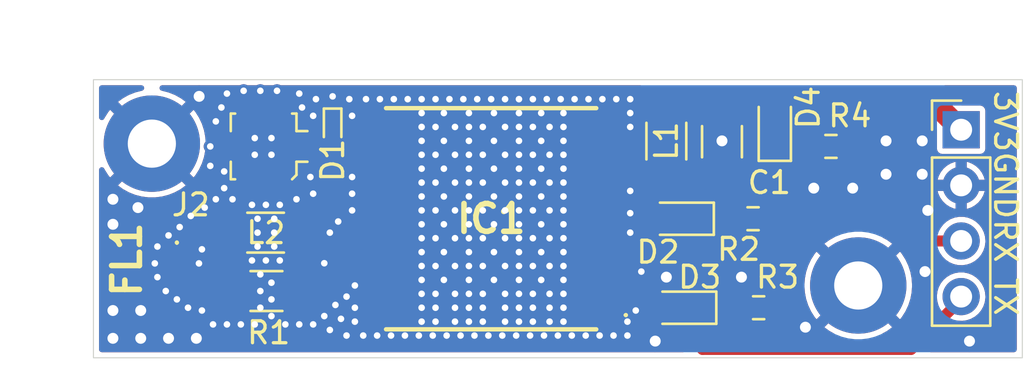
<source format=kicad_pcb>
(kicad_pcb (version 20211014) (generator pcbnew)
  (layers (0 "F.Cu" signal) (31 "B.Cu" signal) (34 "B.Paste" user) (35 "F.Paste" user) (36 "B.SilkS" user "B.Silkscreen") (37 "F.SilkS" user "F.Silkscreen") (38 "B.Mask" user) (39 "F.Mask" user) (44 "Edge.Cuts" user))
  (net 0 "")
  (net 1 "GND")
  (net 2 "TX_GPS")
  (net 3 "RX_GPS")
  (net 4 "Net-(D1-Pad2)")
  (net 7 "+3V3")
  (net 11 "Net-(IC1-Pad14)")
  (net 16 "VCC")
  (net 17 "Net-(D2-Pad1)")
  (net 18 "Net-(D3-Pad1)")
  (net 19 "Net-(D4-Pad1)")
  (net 20 "Net-(FL1-Pad3)")
  (net 21 "Net-(FL1-Pad1)")
  (footprint "LED_SMD:LED_0603_1608Metric_Pad1.05x0.95mm_HandSolder" (layer "F.Cu") (at 101.854 64.276 90)
    (fp_text reference "D4" (at 0.776 1.524 90) (layer "F.SilkS"))
    (fp_text value "LED")
    (fp_line (start 0.8 -0.735) (end -1.66 -0.735) (layer "F.SilkS") (width 0.12))
    (fp_line (start -1.66 -0.735) (end -1.66 0.735) (layer "F.SilkS") (width 0.12))
    (fp_line (start -1.66 0.735) (end 0.8 0.735) (layer "F.SilkS") (width 0.12))
    (pad "1" smd roundrect (at -0.875 0 90) (size 1.05 0.95) (layers "F.Cu" "F.Paste" "F.Mask") (net 19 "Net-(D4-Pad1)"))
    (pad "2" smd roundrect (at 0.875 0 90) (size 1.05 0.95) (layers "F.Cu" "F.Paste" "F.Mask") (net 16 "VCC"))
  )
  (footprint "Resistor_SMD:R_0603_1608Metric_Pad0.98x0.95mm_HandSolder" (layer "F.Cu") (at 101.1155 72.644)
    (fp_text reference "R3" (at 0.8655 -1.397) (layer "F.SilkS"))
    (fp_text value "55")
    (fp_line (start -0.254724 -0.5225) (end 0.254724 -0.5225) (layer "F.SilkS") (width 0.12))
    (fp_line (start -0.254724 0.5225) (end 0.254724 0.5225) (layer "F.SilkS") (width 0.12))
    (pad "1" smd roundrect (at -0.9125 0) (size 0.975 0.95) (layers "F.Cu" "F.Paste" "F.Mask") (net 18 "Net-(D3-Pad1)"))
    (pad "2" smd roundrect (at 0.9125 0) (size 0.975 0.95) (layers "F.Cu" "F.Paste" "F.Mask") (net 1 "GND"))
  )
  (footprint "Inductor_SMD:L_1206_3216Metric_Pad1.22x1.90mm_HandSolder" (layer "F.Cu") (at 78.6015 69.215 180)
    (fp_text reference "L2" (at -0.0115 0) (layer "F.SilkS"))
    (fp_text value "27nH")
    (fp_line (start -0.835242 0.91) (end 0.835242 0.91) (layer "F.SilkS") (width 0.12))
    (fp_line (start -0.835242 -0.91) (end 0.835242 -0.91) (layer "F.SilkS") (width 0.12))
    (pad "1" smd roundrect (at -1.6625 0 180) (size 1.225 1.9) (layers "F.Cu" "F.Paste" "F.Mask") (roundrect_rratio 0.2040816327) (net 4 "Net-(D1-Pad2)"))
    (pad "2" smd roundrect (at 1.6625 0 180) (size 1.225 1.9) (layers "F.Cu" "F.Paste" "F.Mask") (roundrect_rratio 0.2040816327) (net 21 "Net-(FL1-Pad1)"))
  )
  (footprint "Connector_Coaxial:U.FL_Molex_MCRF_73412-0110_Vertical" (layer "F.Cu") (at 78.51 65.278 90)
    (fp_text reference "J2" (at -2.667 -3.326 180) (layer "F.SilkS"))
    (fp_text value "Conn_Coaxial")
    (fp_line (start 0.7 1.5) (end 0.7 2) (layer "F.SilkS") (width 0.12))
    (fp_line (start -1.3 1.5) (end -1.5 1.3) (layer "F.SilkS") (width 0.12))
    (fp_line (start -1.5 -1.3) (end -1.5 -1.5) (layer "F.SilkS") (width 0.12))
    (fp_line (start -0.7 1.5) (end -0.7 2) (layer "F.SilkS") (width 0.12))
    (fp_line (start 0.7 -1.5) (end 1.5 -1.5) (layer "F.SilkS") (width 0.12))
    (fp_line (start -0.7 1.5) (end -1.3 1.5) (layer "F.SilkS") (width 0.12))
    (fp_line (start 1.5 1.3) (end 1.5 1.5) (layer "F.SilkS") (width 0.12))
    (fp_line (start -1.5 -1.5) (end -0.7 -1.5) (layer "F.SilkS") (width 0.12))
    (fp_line (start 1.5 1.5) (end 0.7 1.5) (layer "F.SilkS") (width 0.12))
    (fp_line (start 1.5 -1.5) (end 1.5 -1.3) (layer "F.SilkS") (width 0.12))
    (pad "1" smd rect (at 0 1.5 90) (size 1 1) (layers "F.Cu" "F.Paste" "F.Mask") (net 4 "Net-(D1-Pad2)"))
    (pad "2" smd rect (at -1.475 0 90) (size 1.05 2.2) (layers "F.Cu" "F.Paste" "F.Mask") (net 1 "GND"))
    (pad "2" smd rect (at 0 -1.5 90) (size 1 1) (layers "F.Cu" "F.Paste" "F.Mask") (net 1 "GND"))
    (pad "2" smd rect (at 1.475 0 90) (size 1.05 2.2) (layers "F.Cu" "F.Paste" "F.Mask") (net 1 "GND"))
  )
  (footprint "Capacitor_SMD:C_1206_3216Metric_Pad1.33x1.80mm_HandSolder" (layer "F.Cu") (at 99.441 65.0625 -90)
    (fp_text reference "C1" (at 1.8665 -2.159 180) (layer "F.SilkS"))
    (fp_text value "C")
    (fp_line (start -0.711252 0.91) (end 0.711252 0.91) (layer "F.SilkS") (width 0.12))
    (fp_line (start -0.711252 -0.91) (end 0.711252 -0.91) (layer "F.SilkS") (width 0.12))
    (pad "1" smd roundrect (at -1.5625 0 270) (size 1.325 1.8) (layers "F.Cu" "F.Paste" "F.Mask") (roundrect_rratio 0.1886792453) (net 16 "VCC"))
    (pad "2" smd roundrect (at 1.5625 0 270) (size 1.325 1.8) (layers "F.Cu" "F.Paste" "F.Mask") (roundrect_rratio 0.1886792453) (net 1 "GND"))
  )
  (footprint "Diode_SMD:D_SOD-923" (layer "F.Cu") (at 81.661 64.35 -90)
    (fp_text reference "D1" (at 1.563 0 90) (layer "F.SilkS"))
    (fp_text value "ESD9B3.3ST5G")
    (fp_line (start 0.5 -0.4) (end -0.8 -0.4) (layer "F.SilkS") (width 0.12))
    (fp_line (start -0.8 -0.4) (end -0.8 0.4) (layer "F.SilkS") (width 0.12))
    (fp_line (start 0.5 0.4) (end -0.8 0.4) (layer "F.SilkS") (width 0.12))
    (pad "1" smd rect (at -0.42 0 90) (size 0.36 0.25) (layers "F.Cu" "F.Paste" "F.Mask") (net 1 "GND"))
    (pad "2" smd rect (at 0.42 0 90) (size 0.36 0.25) (layers "F.Cu" "F.Paste" "F.Mask") (net 4 "Net-(D1-Pad2)"))
  )
  (footprint "Resistor_SMD:R_0603_1608Metric_Pad0.98x0.95mm_HandSolder" (layer "F.Cu") (at 100.8615 68.58)
    (fp_text reference "R2" (at -0.6585 1.397) (layer "F.SilkS"))
    (fp_text value "55")
    (fp_line (start -0.254724 -0.5225) (end 0.254724 -0.5225) (layer "F.SilkS") (width 0.12))
    (fp_line (start -0.254724 0.5225) (end 0.254724 0.5225) (layer "F.SilkS") (width 0.12))
    (pad "1" smd roundrect (at -0.9125 0) (size 0.975 0.95) (layers "F.Cu" "F.Paste" "F.Mask") (net 17 "Net-(D2-Pad1)"))
    (pad "2" smd roundrect (at 0.9125 0) (size 0.975 0.95) (layers "F.Cu" "F.Paste" "F.Mask") (net 1 "GND"))
  )
  (footprint "LED_SMD:LED_0603_1608Metric_Pad1.05x0.95mm_HandSolder" (layer "F.Cu") (at 97.409 68.58 180)
    (fp_text reference "D2" (at 0.889 -1.524) (layer "F.SilkS"))
    (fp_text value "LED")
    (fp_line (start 0.8 -0.735) (end -1.66 -0.735) (layer "F.SilkS") (width 0.12))
    (fp_line (start -1.66 -0.735) (end -1.66 0.735) (layer "F.SilkS") (width 0.12))
    (fp_line (start -1.66 0.735) (end 0.8 0.735) (layer "F.SilkS") (width 0.12))
    (pad "1" smd roundrect (at -0.875 0 180) (size 1.05 0.95) (layers "F.Cu" "F.Paste" "F.Mask") (net 17 "Net-(D2-Pad1)"))
    (pad "2" smd roundrect (at 0.875 0 180) (size 1.05 0.95) (layers "F.Cu" "F.Paste" "F.Mask") (net 3 "RX_GPS"))
  )
  (footprint "Resistor_SMD:R_1206_3216Metric_Pad1.30x1.75mm_HandSolder" (layer "F.Cu") (at 78.639 71.882)
    (fp_text reference "R1" (at 0.101 1.905) (layer "F.SilkS"))
    (fp_text value "10")
    (fp_line (start -0.727064 0.91) (end 0.727064 0.91) (layer "F.SilkS") (width 0.12))
    (fp_line (start -0.727064 -0.91) (end 0.727064 -0.91) (layer "F.SilkS") (width 0.12))
    (pad "1" smd roundrect (at -1.55 0) (size 1.3 1.75) (layers "F.Cu" "F.Paste" "F.Mask") (roundrect_rratio 0.1923076923) (net 20 "Net-(FL1-Pad3)"))
    (pad "2" smd roundrect (at 1.55 0) (size 1.3 1.75) (layers "F.Cu" "F.Paste" "F.Mask") (roundrect_rratio 0.1923076923) (net 11 "Net-(IC1-Pad14)"))
  )
  (footprint "MountingHole:MountingHole_2.2mm_M2_Pad_TopBottom" (layer "F.Cu") (at 105.664 71.628)
    (fp_text reference "H2" hide)
    (fp_text value "MountingHole_Pad")
    (pad "1" connect circle (at 0 0) (size 4.4 4.4) (layers "B.Cu" "B.Mask") (net 1 "GND"))
    (pad "1" thru_hole circle (at 0 0) (size 2.6 2.6) (drill 2.2) (layers *.Cu *.Mask) (net 1 "GND"))
    (pad "1" connect circle (at 0 0) (size 4.4 4.4) (layers "F.Cu" "F.Mask") (net 1 "GND"))
  )
  (footprint "LED_SMD:LED_0603_1608Metric_Pad1.05x0.95mm_HandSolder" (layer "F.Cu") (at 97.522 72.644 180)
    (fp_text reference "D3" (at -0.903 1.397) (layer "F.SilkS"))
    (fp_text value "LED")
    (fp_line (start 0.8 -0.735) (end -1.66 -0.735) (layer "F.SilkS") (width 0.12))
    (fp_line (start -1.66 0.735) (end 0.8 0.735) (layer "F.SilkS") (width 0.12))
    (fp_line (start -1.66 -0.735) (end -1.66 0.735) (layer "F.SilkS") (width 0.12))
    (pad "1" smd roundrect (at -0.875 0 180) (size 1.05 0.95) (layers "F.Cu" "F.Paste" "F.Mask") (net 18 "Net-(D3-Pad1)"))
    (pad "2" smd roundrect (at 0.875 0 180) (size 1.05 0.95) (layers "F.Cu" "F.Paste" "F.Mask") (net 2 "TX_GPS"))
  )
  (footprint "KiCad:YFF15PC" (layer "F.Cu") (at 74.549 70.62 -90)
    (fp_text reference "FL1" (at -0.175 2.286 90) (layer "F.SilkS") (effects (font (size 1.27 1.27) (thickness 0.254))))
    (fp_text value "" hide)
    (fp_line (start -0.9 0) (end -0.9 0) (layer "F.SilkS") (width 0.1))
    (fp_line (start -1 0) (end -1 0) (layer "F.SilkS") (width 0.1))
    (fp_arc (start -0.9 0) (mid -0.95 0.05) (end -1 0) (layer "F.SilkS") (width 0.1))
    (fp_arc (start -1 0) (mid -0.95 -0.05) (end -0.9 0) (layer "F.SilkS") (width 0.1))
    (pad "1" smd rect locked (at -0.5 0 270) (size 0.3 0.6) (layers "F.Cu" "F.Paste" "F.Mask") (net 21 "Net-(FL1-Pad1)"))
    (pad "2" smd rect locked (at 0 0.25 270) (size 0.19 0.25) (layers "F.Cu" "F.Paste" "F.Mask") (net 1 "GND"))
    (pad "3" smd rect locked (at 0.5 0 270) (size 0.3 0.6) (layers "F.Cu" "F.Paste" "F.Mask") (net 20 "Net-(FL1-Pad3)"))
    (pad "4" smd rect locked (at 0 -0.25 270) (size 0.19 0.25) (layers "F.Cu" "F.Paste" "F.Mask") (net 1 "GND"))
  )
  (footprint "MountingHole:MountingHole_2.2mm_M2_Pad_TopBottom" (layer "F.Cu") (at 73.406 65.151 180)
    (fp_text reference "H1" hide)
    (fp_text value "MountingHole_Pad")
    (pad "1" connect circle (at 0 0 180) (size 4.4 4.4) (layers "B.Cu" "B.Mask") (net 1 "GND"))
    (pad "1" connect circle (at 0 0 180) (size 4.4 4.4) (layers "F.Cu" "F.Mask") (net 1 "GND"))
    (pad "1" thru_hole circle (at 0 0 180) (size 2.6 2.6) (drill 2.2) (layers *.Cu *.Mask) (net 1 "GND"))
  )
  (footprint "Resistor_SMD:R_0603_1608Metric_Pad0.98x0.95mm_HandSolder" (layer "F.Cu") (at 104.4175 65.278)
    (fp_text reference "R4" (at 0.8655 -1.397) (layer "F.SilkS"))
    (fp_text value "55")
    (fp_line (start -0.254724 -0.5225) (end 0.254724 -0.5225) (layer "F.SilkS") (width 0.12))
    (fp_line (start -0.254724 0.5225) (end 0.254724 0.5225) (layer "F.SilkS") (width 0.12))
    (pad "1" smd roundrect (at -0.9125 0) (size 0.975 0.95) (layers "F.Cu" "F.Paste" "F.Mask") (net 19 "Net-(D4-Pad1)"))
    (pad "2" smd roundrect (at 0.9125 0) (size 0.975 0.95) (layers "F.Cu" "F.Paste" "F.Mask") (net 1 "GND"))
  )
  (footprint "Inductor_SMD:L_1206_3216Metric_Pad1.22x1.90mm_HandSolder" (layer "F.Cu") (at 96.901 65.0355 -90)
    (fp_text reference "L1" (at 0 0 90) (layer "F.SilkS"))
    (fp_text value "100s uH")
    (fp_line (start -0.835242 -0.91) (end 0.835242 -0.91) (layer "F.SilkS") (width 0.12))
    (fp_line (start -0.835242 0.91) (end 0.835242 0.91) (layer "F.SilkS") (width 0.12))
    (pad "1" smd roundrect (at -1.6625 0 270) (size 1.225 1.9) (layers "F.Cu" "F.Paste" "F.Mask") (roundrect_rratio 0.2040816327) (net 16 "VCC"))
    (pad "2" smd roundrect (at 1.6625 0 270) (size 1.225 1.9) (layers "F.Cu" "F.Paste" "F.Mask") (roundrect_rratio 0.2040816327) (net 7 "+3V3"))
  )
  (footprint "Connector_PinHeader_2.54mm:PinHeader_1x04_P2.54mm_Vertical" (layer "F.Cu") (at 110.363 64.516)
    (fp_text reference "J1" hide)
    (fp_text value "Conn_01x04" hide)
    (fp_line (start -1.33 8.95) (end 1.33 8.95) (layer "F.SilkS") (width 0.12))
    (fp_line (start -1.33 1.27) (end 1.33 1.27) (layer "F.SilkS") (width 0.12))
    (fp_line (start -1.33 1.27) (end -1.33 8.95) (layer "F.SilkS") (width 0.12))
    (fp_line (start 1.33 1.27) (end 1.33 8.95) (layer "F.SilkS") (width 0.12))
    (fp_line (start -1.33 0) (end -1.33 -1.33) (layer "F.SilkS") (width 0.12))
    (fp_line (start -1.33 -1.33) (end 0 -1.33) (layer "F.SilkS") (width 0.12))
    (pad "1" thru_hole rect (at 0 0) (size 1.7 1.7) (drill 1) (layers *.Cu *.Mask) (net 16 "VCC"))
    (pad "2" thru_hole oval (at 0 2.54) (size 1.7 1.7) (drill 1) (layers *.Cu *.Mask) (net 1 "GND"))
    (pad "3" thru_hole oval (at 0 5.08) (size 1.7 1.7) (drill 1) (layers *.Cu *.Mask) (net 3 "RX_GPS"))
    (pad "4" thru_hole oval (at 0 7.62) (size 1.7 1.7) (drill 1) (layers *.Cu *.Mask) (net 2 "TX_GPS"))
  )
  (footprint "UBLOX_GPS:MAXM10S00B" (layer "F.Cu") (at 88.9 68.58)
    (fp_text reference "IC1" (at 0 0) (layer "F.SilkS") (effects (font (size 1.27 1.27) (thickness 0.254))))
    (fp_text value "" hide)
    (fp_line (start 4.8 5.05) (end -4.8 5.05) (layer "F.SilkS") (width 0.2))
    (fp_line (start 6.2 4.4) (end 6.2 4.4) (layer "F.SilkS") (width 0.1))
    (fp_line (start 4.8 -5.05) (end -4.8 -5.05) (layer "F.SilkS") (width 0.2))
    (fp_line (start 6.1 4.4) (end 6.1 4.4) (layer "F.SilkS") (width 0.1))
    (fp_arc (start 6.1 4.4) (mid 6.15 4.35) (end 6.2 4.4) (layer "F.SilkS") (width 0.1))
    (fp_arc (start 6.2 4.4) (mid 6.15 4.45) (end 6.1 4.4) (layer "F.SilkS") (width 0.1))
    (pad "1" smd rect (at 4.75 4.4 90) (size 0.7 1.8) (layers "F.Cu" "F.Paste" "F.Mask") (net 1 "GND"))
    (pad "2" smd rect (at 4.75 3.3 90) (size 0.8 1.8) (layers "F.Cu" "F.Paste" "F.Mask") (net 2 "TX_GPS"))
    (pad "3" smd rect (at 4.75 2.2 90) (size 0.8 1.8) (layers "F.Cu" "F.Paste" "F.Mask") (net 3 "RX_GPS"))
    (pad "4" smd rect (at 4.75 1.1 90) (size 0.8 1.8) (layers "F.Cu" "F.Paste" "F.Mask"))
    (pad "5" smd rect (at 4.75 0 90) (size 0.8 1.8) (layers "F.Cu" "F.Paste" "F.Mask"))
    (pad "6" smd rect (at 4.75 -1.1 90) (size 0.8 1.8) (layers "F.Cu" "F.Paste" "F.Mask"))
    (pad "7" smd rect (at 4.75 -2.2 90) (size 0.8 1.8) (layers "F.Cu" "F.Paste" "F.Mask") (net 7 "+3V3"))
    (pad "8" smd rect (at 4.75 -3.3 90) (size 0.8 1.8) (layers "F.Cu" "F.Paste" "F.Mask") (net 7 "+3V3"))
    (pad "9" smd rect (at 4.75 -4.4 90) (size 0.7 1.8) (layers "F.Cu" "F.Paste" "F.Mask"))
    (pad "10" smd rect (at -4.75 -4.4 90) (size 0.7 1.8) (layers "F.Cu" "F.Paste" "F.Mask") (net 1 "GND"))
    (pad "11" smd rect (at -4.75 -3.3 90) (size 0.8 1.8) (layers "F.Cu" "F.Paste" "F.Mask") (net 4 "Net-(D1-Pad2)"))
    (pad "12" smd rect (at -4.75 -2.2 90) (size 0.8 1.8) (layers "F.Cu" "F.Paste" "F.Mask") (net 1 "GND"))
    (pad "13" smd rect (at -4.75 -1.1 90) (size 0.8 1.8) (layers "F.Cu" "F.Paste" "F.Mask"))
    (pad "14" smd rect (at -4.75 0 90) (size 0.8 1.8) (layers "F.Cu" "F.Paste" "F.Mask") (net 11 "Net-(IC1-Pad14)"))
    (pad "15" smd rect (at -4.75 1.1 90) (size 0.8 1.8) (layers "F.Cu" "F.Paste" "F.Mask"))
    (pad "16" smd rect (at -4.75 2.2 90) (size 0.8 1.8) (layers "F.Cu" "F.Paste" "F.Mask"))
    (pad "17" smd rect (at -4.75 3.3 90) (size 0.8 1.8) (layers "F.Cu" "F.Paste" "F.Mask"))
    (pad "18" smd rect (at -4.75 4.4 90) (size 0.7 1.8) (layers "F.Cu" "F.Paste" "F.Mask"))
  )
  (gr_rect (start 70.739 62.23) (end 113.157 74.93) (layer "Edge.Cuts") (width 0.05) (fill none))
  (gr_text "TX" (at 112.395 72.136 270) (layer "F.SilkS") (effects (font (size 1 1))))
  (gr_text "GND" (at 112.395 67.056 270) (layer "F.SilkS") (effects (font (size 1 1))))
  (gr_text "RX" (at 112.395 69.596 270) (layer "F.SilkS") (effects (font (size 1 1))))
  (gr_text "3V3" (at 112.395 64.135 270) (layer "F.SilkS") (effects (font (size 1 1))))
  (segment (start 81.661 63.93) (end 81.661 62.992) (width 0.25) (layer "F.Cu") (net 1))
  (segment (start 74.799 70.62) (end 75.557 70.62) (width 0.25) (layer "F.Cu") (net 1))
  (segment (start 74.299 70.62) (end 73.541 70.62) (width 0.25) (layer "F.Cu") (net 1))
  (via (at 77.597 62.738) (size 0.6) (drill 0.3) (layers "F.Cu" "B.Cu") (net 1))
  (via (at 75.057 72.644) (size 0.6) (drill 0.3) (layers "F.Cu" "B.Cu") (net 1))
  (via (at 90.17 66.929) (size 0.6) (drill 0.3) (layers "F.Cu" "B.Cu") (net 1))
  (via (at 89.535 63.119) (size 0.6) (drill 0.3) (layers "F.Cu" "B.Cu") (net 1))
  (via (at 83.82 63.119) (size 0.6) (drill 0.3) (layers "F.Cu" "B.Cu") (net 1))
  (via (at 78.994 69.215) (size 0.6) (drill 0.3) (layers "F.Cu" "B.Cu") (net 1))
  (via (at 71.628 72.771) (size 1) (drill 0.5) (layers "F.Cu" "B.Cu") (net 1))
  (via (at 80.772 73.406) (size 0.6) (drill 0.3) (layers "F.Cu" "B.Cu") (net 1))
  (via (at 86.36 72.644) (size 0.6) (drill 0.3) (layers "F.Cu" "B.Cu") (net 1))
  (via (at 85.725 71.374) (size 0.6) (drill 0.3) (layers "F.Cu" "B.Cu") (net 1))
  (via (at 88.773 73.914) (size 0.6) (drill 0.3) (layers "F.Cu" "B.Cu") (net 1))
  (via (at 92.202 64.389) (size 0.6) (drill 0.3) (layers "F.Cu" "B.Cu") (net 1))
  (via (at 92.202 66.929) (size 0.6) (drill 0.3) (layers "F.Cu" "B.Cu") (net 1))
  (via (at 85.725 65.024) (size 0.6) (drill 0.3) (layers "F.Cu" "B.Cu") (net 1))
  (via (at 85.09 63.119) (size 0.6) (drill 0.3) (layers "F.Cu" "B.Cu") (net 1))
  (via (at 78.613 67.945) (size 0.6) (drill 0.3) (layers "F.Cu" "B.Cu") (net 1))
  (via (at 90.805 64.389) (size 0.6) (drill 0.3) (layers "F.Cu" "B.Cu") (net 1))
  (via (at 89.027 67.564) (size 0.6) (drill 0.3) (layers "F.Cu" "B.Cu") (net 1))
  (via (at 85.725 66.929) (size 0.6) (drill 0.3) (layers "F.Cu" "B.Cu") (net 1))
  (via (at 88.9 63.119) (size 0.6) (drill 0.3) (layers "F.Cu" "B.Cu") (net 1))
  (via (at 92.202 73.279) (size 0.6) (drill 0.3) (layers "F.Cu" "B.Cu") (net 1))
  (via (at 88.519 70.739) (size 0.6) (drill 0.3) (layers "F.Cu" "B.Cu") (net 1))
  (via (at 75.565 62.992) (size 1) (drill 0.5) (layers "F.Cu" "B.Cu") (net 1))
  (via (at 80.772 67.437) (size 0.6) (drill 0.3) (layers "F.Cu" "B.Cu") (net 1))
  (via (at 90.17 72.644) (size 0.6) (drill 0.3) (layers "F.Cu" "B.Cu") (net 1))
  (via (at 91.567 68.199) (size 0.6) (drill 0.3) (layers "F.Cu" "B.Cu") (net 1))
  (via (at 76.327 67.691) (size 0.6) (drill 0.3) (layers "F.Cu" "B.Cu") (net 1))
  (via (at 110.744 74.168) (size 1) (drill 0.5) (layers "F.Cu" "B.Cu") (net 1))
  (via (at 85.725 66.294) (size 0.6) (drill 0.3) (layers "F.Cu" "B.Cu") (net 1))
  (via (at 86.36 70.739) (size 0.6) (drill 0.3) (layers "F.Cu" "B.Cu") (net 1))
  (via (at 82.296 73.914) (size 0.6) (drill 0.3) (layers "F.Cu" "B.Cu") (net 1))
  (via (at 92.075 63.119) (size 0.6) (drill 0.3) (layers "F.Cu" "B.Cu") (net 1))
  (via (at 76.327 64.135) (size 0.6) (drill 0.3) (layers "F.Cu" "B.Cu") (net 1))
  (via (at 79.121 62.738) (size 0.6) (drill 0.3) (layers "F.Cu" "B.Cu") (net 1))
  (via (at 89.027 68.834) (size 0.6) (drill 0.3) (layers "F.Cu" "B.Cu") (net 1))
  (via (at 92.202 67.564) (size 0.6) (drill 0.3) (layers "F.Cu" "B.Cu") (net 1))
  (via (at 89.535 66.929) (size 0.6) (drill 0.3) (layers "F.Cu" "B.Cu") (net 1))
  (via (at 85.725 68.834) (size 0.6) (drill 0.3) (layers "F.Cu" "B.Cu") (net 1))
  (via (at 91.567 72.644) (size 0.6) (drill 0.3) (layers "F.Cu" "B.Cu") (net 1))
  (via (at 78.867 65.659) (size 0.6) (drill 0.3) (layers "F.Cu" "B.Cu") (net 1))
  (via (at 92.202 72.009) (size 0.6) (drill 0.3) (layers "F.Cu" "B.Cu") (net 1))
  (via (at 89.535 68.199) (size 0.6) (drill 0.3) (layers "F.Cu" "B.Cu") (net 1))
  (via (at 84.963 73.914) (size 0.6) (drill 0.3) (layers "F.Cu" "B.Cu") (net 1))
  (via (at 88.519 72.644) (size 0.6) (drill 0.3) (layers "F.Cu" "B.Cu") (net 1))
  (via (at 85.725 69.469) (size 0.6) (drill 0.3) (layers "F.Cu" "B.Cu") (net 1))
  (via (at 89.027 63.754) (size 0.6) (drill 0.3) (layers "F.Cu" "B.Cu") (net 1))
  (via (at 83.693 73.914) (size 0.6) (drill 0.3) (layers "F.Cu" "B.Cu") (net 1))
  (via (at 73.66 71.247) (size 0.6) (drill 0.3) (layers "F.Cu" "B.Cu") (net 1))
  (via (at 90.805 68.199) (size 0.6) (drill 0.3) (layers "F.Cu" "B.Cu") (net 1))
  (via (at 92.202 69.469) (size 0.6) (drill 0.3) (layers "F.Cu" "B.Cu") (net 1))
  (via (at 87.884 72.009) (size 0.6) (drill 0.3) (layers "F.Cu" "B.Cu") (net 1))
  (via (at 88.265 63.119) (size 0.6) (drill 0.3) (layers "F.Cu" "B.Cu") (net 1))
  (via (at 87.884 65.024) (size 0.6) (drill 0.3) (layers "F.Cu" "B.Cu") (net 1))
  (via (at 92.202 71.374) (size 0.6) (drill 0.3) (layers "F.Cu" "B.Cu") (net 1))
  (via (at 86.741 71.374) (size 0.6) (drill 0.3) (layers "F.Cu" "B.Cu") (net 1))
  (via (at 75.692 69.977) (size 0.6) (drill 0.3) (layers "F.Cu" "B.Cu") (net 1))
  (via (at 87.249 64.389) (size 0.6) (drill 0.3) (layers "F.Cu" "B.Cu") (net 1))
  (via (at 81.788 72.517) (size 0.6) (drill 0.3) (layers "F.Cu" "B.Cu") (net 1))
  (via (at 79.502 73.406) (size 0.6) (drill 0.3) (layers "F.Cu" "B.Cu") (net 1))
  (via (at 88.519 68.199) (size 0.6) (drill 0.3) (layers "F.Cu" "B.Cu") (net 1))
  (via (at 86.741 68.834) (size 0.6) (drill 0.3) (layers "F.Cu" "B.Cu") (net 1))
  (via (at 92.202 70.739) (size 0.6) (drill 0.3) (layers "F.Cu" "B.Cu") (net 1))
  (via (at 90.17 65.659) (size 0.6) (drill 0.3) (layers "F.Cu" "B.Cu") (net 1))
  (via (at 79.248 70.485) (size 0.6) (drill 0.3) (layers "F.Cu" "B.Cu") (net 1))
  (via (at 87.884 63.754) (size 0.6) (drill 0.3) (layers "F.Cu" "B.Cu") (net 1))
  (via (at 78.359 72.644) (size 0.6) (drill 0.3) (layers "F.Cu" "B.Cu") (net 1))
  (via (at 77.089 67.691) (size 0.6) (drill 0.3) (layers "F.Cu" "B.Cu") (net 1))
  (via (at 95.25 68.326) (size 0.6) (drill 0.3) (layers "F.Cu" "B.Cu") (net 1))
  (via (at 91.186 66.294) (size 0.6) (drill 0.3) (layers "F.Cu" "B.Cu") (net 1))
  (via (at 90.805 69.469) (size 0.6) (drill 0.3) (layers "F.Cu" "B.Cu") (net 1))
  (via (at 90.043 73.914) (size 0.6) (drill 0.3) (layers "F.Cu" "B.Cu") (net 1))
  (via (at 86.36 68.199) (size 0.6) (drill 0.3) (layers "F.Cu" "B.Cu") (net 1))
  (via (at 88.519 72.009) (size 0.6) (drill 0.3) (layers "F.Cu" "B.Cu") (net 1))
  (via (at 82.296 72.136) (size 0.6) (drill 0.3) (layers "F.Cu" "B.Cu") (net 1))
  (via (at 77.978 67.945) (size 0.6) (drill 0.3) (layers "F.Cu" "B.Cu") (net 1))
  (via (at 88.519 65.659) (size 0.6) (drill 0.3) (layers "F.Cu" "B.Cu") (net 1))
  (via (at 95.123 73.914) (size 0.6) (drill 0.3) (layers "F.Cu" "B.Cu") (net 1))
  (via (at 86.36 69.469) (size 0.6) (drill 0.3) (layers "F.Cu" "B.Cu") (net 1))
  (via (at 86.741 70.104) (size 0.6) (drill 0.3) (layers "F.Cu" "B.Cu") (net 1))
  (via (at 85.598 73.914) (size 0.6) (drill 0.3) (layers "F.Cu" "B.Cu") (net 1))
  (via (at 86.741 63.754) (size 0.6) (drill 0.3) (layers "F.Cu" "B.Cu") (net 1))
  (via (at 93.345 63.119) (size 0.6) (drill 0.3) (layers "F.Cu" "B.Cu") (net 1))
  (via (at 76.073 66.167) (size 0.6) (drill 0.3) (layers "F.Cu" "B.Cu") (net 1))
  (via (at 87.884 66.294) (size 0.6) (drill 0.3) (layers "F.Cu" "B.Cu") (net 1))
  (via (at 90.17 70.104) (size 0.6) (drill 0.3) (layers "F.Cu" "B.Cu") (net 1))
  (via (at 86.36 65.659) (size 0.6) (drill 0.3) (layers "F.Cu" "B.Cu") (net 1))
  (via (at 75.692 72.771) (size 0.6) (drill 0.3) (layers "F.Cu" "B.Cu") (net 1))
  (via (at 76.835 73.406) (size 0.6) (drill 0.3) (layers "F.Cu" "B.Cu") (net 1))
  (via (at 88.519 64.389) (size 0.6) (drill 0.3) (layers "F.Cu" "B.Cu") (net 1))
  (via (at 95.504 72.771) (size 0.6) (drill 0.3) (layers "F.Cu" "B.Cu") (net 1))
  (via (at 88.519 73.279) (size 0.6) (drill 0.3) (layers "F.Cu" "B.Cu") (net 1))
  (via (at 87.884 71.374) (size 0.6) (drill 0.3) (layers "F.Cu" "B.Cu") (net 1))
  (via (at 71.628 67.691) (size 1) (drill 0.5) (layers "F.Cu" "B.Cu") (net 1))
  (via (at 76.581 63.5) (size 0.6) (drill 0.3) (layers "F.Cu" "B.Cu") (net 1))
  (via (at 108.839 68.199) (size 1) (drill 0.5) (layers "F.Cu" "B.Cu") (net 1))
  (via (at 92.202 65.659) (size 0.6) (drill 0.3) (layers "F.Cu" "B.Cu") (net 1))
  (via (at 92.202 63.754) (size 0.6) (drill 0.3) (layers "F.Cu" "B.Cu") (net 1))
  (via (at 91.567 64.389) (size 0.6) (drill 0.3) (layers "F.Cu" "B.Cu") (net 1))
  (via (at 87.884 69.469) (size 0.6) (drill 0.3) (layers "F.Cu" "B.Cu") (net 1))
  (via (at 87.249 72.644) (size 0.6) (drill 0.3) (layers "F.Cu" "B.Cu") (net 1))
  (via (at 78.232 69.85) (size 0.6) (drill 0.3) (layers "F.Cu" "B.Cu") (net 1))
  (via (at 81.661 62.992) (size 0.6) (drill 0.3) (layers "F.Cu" "B.Cu") (net 1))
  (via (at 84.328 73.914) (size 0.6) (drill 0.3) (layers "F.Cu" "B.Cu") (net 1))
  (via (at 95.758 70.993) (size 0.6) (drill 0.3) (layers "F.Cu" "B.Cu") (net 1))
  (via (at 76.2 73.406) (size 0.6) (drill 0.3) (layers "F.Cu" "B.Cu") (net 1))
  (via (at 95.25 63.119) (size 0.6) (drill 0.3) (layers "F.Cu" "B.Cu") (net 1))
  (via (at 85.725 64.389) (size 0.6) (drill 0.3) (layers "F.Cu" "B.Cu") (net 1))
  (via (at 91.186 63.754) (size 0.6) (drill 0.3) (layers "F.Cu" "B.Cu") (net 1))
  (via (at 86.741 65.024) (size 0.6) (drill 0.3) (layers "F.Cu" "B.Cu") (net 1))
  (via (at 90.17 71.374) (size 0.6) (drill 0.3) (layers "F.Cu" "B.Cu") (net 1))
  (via (at 92.71 63.119) (size 0.6) (drill 0.3) (layers "F.Cu" "B.Cu") (net 1))
  (via (at 81.915 68.707) (size 0.6) (drill 0.3) (layers "F.Cu" "B.Cu") (net 1))
  (via (at 75.557 70.62) (size 0.6) (drill 0.3) (layers "F.Cu" "B.Cu") (net 1))
  (via (at 85.725 70.739) (size 0.6) (drill 0.3) (layers "F.Cu" "B.Cu") (net 1))
  (via (at 90.17 69.469) (size 0.6) (drill 0.3) (layers "F.Cu" "B.Cu") (net 1))
  (via (at 91.186 71.374) (size 0.6) (drill 0.3) (layers "F.Cu" "B.Cu") (net 1))
  (via (at 78.994 69.85) (size 0.6) (drill 0.3) (layers "F.Cu" "B.Cu") (net 1))
  (via (at 87.884 70.104) (size 0.6) (drill 0.3) (layers "F.Cu" "B.Cu") (net 1))
  (via (at 86.868 73.914) (size 0.6) (drill 0.3) (layers "F.Cu" "B.Cu") (net 1))
  (via (at 78.867 72.263) (size 0.6) (drill 0.3) (layers "F.Cu" "B.Cu") (net 1))
  (via (at 78.867 73.025) (size 0.6) (drill 0.3) (layers "F.Cu" "B.Cu") (net 1))
  (via (at 87.884 68.199) (size 0.6) (drill 0.3) (layers "F.Cu" "B.Cu") (net 1))
  (via (at 90.17 72.009) (size 0.6) (drill 0.3) (layers "F.Cu" "B.Cu") (net 1))
  (via (at 105.41 67.183) (size 1) (drill 0.5) (layers "F.Cu" "B.Cu") (net 1))
  (via (at 108.712 70.993) (size 1) (drill 0.5) (layers "F.Cu" "B.Cu") (net 1))
  (via (at 91.186 70.104) (size 0.6) (drill 0.3) (layers "F.Cu" "B.Cu") (net 1))
  (via (at 86.36 66.929) (size 0.6) (drill 0.3) (layers "F.Cu" "B.Cu") (net 1))
  (via (at 78.867 64.897) (size 0.6) (drill 0.3) (layers "F.Cu" "B.Cu") (net 1))
  (via (at 76.708 67.183) (size 0.6) (drill 0.3) (layers "F.Cu" "B.Cu") (net 1))
  (via (at 89.408 73.914) (size 0.6) (drill 0.3) (layers "F.Cu" "B.Cu") (net 1))
  (via (at 95.25 69.215) (size 0.6) (drill 0.3) (layers "F.Cu" "B.Cu") (net 1))
  (via (at 92.202 65.024) (size 0.6) (drill 0.3) (layers "F.Cu" "B.Cu") (net 1))
  (via (at 89.535 72.644) (size 0.6) (drill 0.3) (layers "F.Cu" "B.Cu") (net 1))
  (via (at 76.073 65.278) (size 0.6) (drill 0.3) (layers "F.Cu" "B.Cu") (net 1))
  (via (at 90.805 66.929) (size 0.6) (drill 0.3) (layers "F.Cu" "B.Cu") (net 1))
  (via (at 89.535 65.659) (size 0.6) (drill 0.3) (layers "F.Cu" "B.Cu") (net 1))
  (via (at 106.934 65.024) (size 1) (drill 0.5) (layers "F.Cu" "B.Cu") (net 1))
  (via (at 87.249 69.469) (size 0.6) (drill 0.3) (layers "F.Cu" "B.Cu") (net 1))
  (via (at 87.884 72.644) (size 0.6) (drill 0.3) (layers "F.Cu" "B.Cu") (net 1))
  (via (at 95.25 64.389) (size 0.6) (drill 0.3) (layers "F.Cu" "B.Cu") (net 1))
  (via (at 89.027 65.024) (size 0.6) (drill 0.3) (layers "F.Cu" "B.Cu") (net 1))
  (via (at 83.185 63.119) (size 0.6) (drill 0.3) (layers "F.Cu" "B.Cu") (net 1))
  (via (at 90.17 64.389) (size 0.6) (drill 0.3) (layers "F.Cu" "B.Cu") (net 1))
  (via (at 89.535 73.279) (size 0.6) (drill 0.3) (layers "F.Cu" "B.Cu") (net 1))
  (via (at 91.186 68.834) (size 0.6) (drill 0.3) (layers "F.Cu" "B.Cu") (net 1))
  (via (at 95.25 63.754) (size 0.6) (drill 0.3) (layers "F.Cu" "B.Cu") (net 1))
  (via (at 90.17 67.564) (size 0.6) (drill 0.3) (layers "F.Cu" "B.Cu") (net 1))
  (via (at 91.567 73.279) (size 0.6) (drill 0.3) (layers "F.Cu" "B.Cu") (net 1))
  (via (at 82.423 63.119) (size 0.6) (drill 0.3) (layers "F.Cu" "B.Cu") (net 1))
  (via (at 85.725 72.644) (size 0.6) (drill 0.3) (layers "F.Cu" "B.Cu") (net 1))
  (via (at 85.725 68.199) (size 0.6) (drill 0.3) (layers "F.Cu" "B.Cu") (net 1))
  (via (at 87.249 65.659) (size 0.6) (drill 0.3) (layers "F.Cu" "B.Cu") (net 1))
  (via (at 75.819 68.072) (size 0.6) (drill 0.3) (layers "F.Cu" "B.Cu") (net 1))
  (via (at 77.978 70.485) (size 0.6) (drill 0.3) (layers "F.Cu" "B.Cu") (net 1))
  (via (at 80.772 63.881) (size 0.6) (drill 0.3) (layers "F.Cu" "B.Cu") (net 1))
  (via (at 78.232 69.215) (size 0.6) (drill 0.3) (layers "F.Cu" "B.Cu") (net 1))
  (via (at 87.884 68.834) (size 0.6) (drill 0.3) (layers "F.Cu" "B.Cu") (net 1))
  (via (at 87.249 70.739) (size 0.6) (drill 0.3) (layers "F.Cu" "B.Cu") (net 1))
  (via (at 80.137 62.865) (size 0.6) (drill 0.3) (layers "F.Cu" "B.Cu") (net 1))
  (via (at 82.55 66.675) (size 0.6) (drill 0.3) (layers "F.Cu" "B.Cu") (net 1))
  (via (at 87.249 73.279) (size 0.6) (drill 0.3) (layers "F.Cu" "B.Cu") (net 1))
  (via (at 95.123 73.279) (size 0.6) (drill 0.3) (layers "F.Cu" "B.Cu") (net 1))
  (via (at 90.17 63.754) (size 0.6) (drill 0.3) (layers "F.Cu" "B.Cu") (net 1))
  (via (at 103.251 73.533) (size 1) (drill 0.5) (layers "F.Cu" "B.Cu") (net 1))
  (via (at 80.264 63.5) (size 0.6) (drill 0.3) (layers "F.Cu" "B.Cu") (net 1))
  (via (at 76.708 66.421) (size 0.6) (drill 0.3) (layers "F.Cu" "B.Cu") (net 1))
  (via (at 71.628 74.041) (size 1) (drill 0.5) (layers "F.Cu" "B.Cu") (net 1))
  (via (at 74.549 72.263) (size 0.6) (drill 0.3) (layers "F.Cu" "B.Cu") (net 1))
  (via (at 89.027 71.374) (size 0.6) (drill 0.3) (layers "F.Cu" "B.Cu") (net 1))
  (via (at 90.17 68.834) (size 0.6) (drill 0.3) (layers "F.Cu" "B.Cu") (net 1))
  (via (at 87.884 65.659) (size 0.6) (drill 0.3) (layers "F.Cu" "B.Cu") (net 1))
  (via (at 90.17 63.119) (size 0.6) (drill 0.3) (layers "F.Cu" "B.Cu") (net 1))
  (via (at 87.503 73.914) (size 0.6) (drill 0.3) (layers "F.Cu" "B.Cu") (net 1))
  (via (at 82.55 63.881) (size 0.6) (drill 0.3) (layers "F.Cu" "B.Cu") (net 1))
  (via (at 78.359 71.882) (size 0.6) (drill 0.3) (layers "F.Cu" "B.Cu") (net 1))
  (via (at 88.519 66.929) (size 0.6) (drill 0.3) (layers "F.Cu" "B.Cu") (net 1))
  (via (at 93.98 63.119) (size 0.6) (drill 0.3) (layers "F.Cu" "B.Cu") (net 1))
  (via (at 86.36 64.389) (size 0.6) (drill 0.3) (layers "F.Cu" "B.Cu") (net 1))
  (via (at 92.202 70.104) (size 0.6) (drill 0.3) (layers "F.Cu" "B.Cu") (net 1))
  (via (at 89.535 69.469) (size 0.6) (drill 0.3) (layers "F.Cu" "B.Cu") (net 1))
  (via (at 89.535 64.389) (size 0.6) (drill 0.3) (layers "F.Cu" "B.Cu") (net 1))
  (via (at 74.168 74.041) (size 1) (drill 0.5) (layers "F.Cu" "B.Cu") (net 1))
  (via (at 87.249 66.929) (size 0.6) (drill 0.3) (layers "F.Cu" "B.Cu") (net 1))
  (via (at 85.725 70.104) (size 0.6) (drill 0.3) (layers "F.Cu" "B.Cu") (net 1))
  (via (at 85.725 73.279) (size 0.6) (drill 0.3) (layers "F.Cu" "B.Cu") (net 1))
  (via (at 88.138 73.914) (size 0.6) (drill 0.3) (layers "F.Cu" "B.Cu") (net 1))
  (via (at 103.632 67.183) (size 1) (drill 0.5) (layers "F.Cu" "B.Cu") (net 1))
  (via (at 77.47 73.406) (size 0.6) (drill 0.3) (layers "F.Cu" "B.Cu") (net 1))
  (via (at 86.36 72.009) (size 0.6) (drill 0.3) (layers "F.Cu" "B.Cu") (net 1))
  (via (at 87.884 70.739) (size 0.6) (drill 0.3) (layers "F.Cu" "B.Cu") (net 1))
  (via (at 89.027 70.104) (size 0.6) (drill 0.3) (layers "F.Cu" "B.Cu") (net 1))
  (via (at 92.583 73.914) (size 0.6) (drill 0.3) (layers "F.Cu" "B.Cu") (net 1))
  (via (at 90.805 65.659) (size 0.6) (drill 0.3) (layers "F.Cu" "B.Cu") (net 1))
  (via (at 90.678 73.914) (size 0.6) (drill 0.3) (layers "F.Cu" "B.Cu") (net 1))
  (via (at 74.676 68.961) (size 0.6) (drill 0.3) (layers "F.Cu" "B.Cu") (net 1))
  (via (at 91.567 65.659) (size 0.6) (drill 0.3) (layers "F.Cu" "B.Cu") (net 1))
  (via (at 78.867 71.501) (size 0.6) (drill 0.3) (layers "F.Cu" "B.Cu") (net 1))
  (via (at 78.105 65.659) (size 0.6) (drill 0.3) (layers "F.Cu" "B.Cu") (net 1))
  (via (at 86.995 63.119) (size 0.6) (drill 0.3) (layers "F.Cu" "B.Cu") (net 1))
  (via (at 76.835 62.865) (size 0.6) (drill 0.3) (layers "F.Cu" "B.Cu") (net 1))
  (via (at 82.55 67.437) (size 0.6) (drill 0.3) (layers "F.Cu" "B.Cu") (net 1))
  (via (at 86.233 73.914) (size 0.6) (drill 0.3) (layers "F.Cu" "B.Cu") (net 1))
  (via (at 108.585 65.024) (size 1) (drill 0.5) (layers "F.Cu" "B.Cu") (net 1))
  (via (at 72.771 68.072) (size 1) (drill 0.5) (layers "F.Cu" "B.Cu") (net 1))
  (via (at 85.725 72.009) (size 0.6) (drill 0.3) (layers "F.Cu" "B.Cu") (net 1))
  (via (at 78.105 64.897) (size 0.6) (drill 0.3) (layers "F.Cu" "B.Cu") (net 1))
  (via (at 90.17 68.199) (size 0.6) (drill 0.3) (layers "F.Cu" "B.Cu") (net 1))
  (via (at 86.741 66.294) (size 0.6) (drill 0.3) (layers "F.Cu" "B.Cu") (net 1))
  (via (at 89.535 72.009) (size 0.6) (drill 0.3) (layers "F.Cu" "B.Cu") (net 1))
  (via (at 81.28 70.612) (size 0.6) (drill 0.3) (layers "F.Cu" "B.Cu") (net 1))
  (via (at 91.313 73.914) (size 0.6) (drill 0.3) (layers "F.Cu" "B.Cu") (net 1))
  (via (at 106.934 66.548) (size 1) (drill 0.5) (layers "F.Cu" "B.Cu") (net 1))
  (via (at 82.677 71.628) (size 0.6) (drill 0.3) (layers "F.Cu" "B.Cu") (net 1))
  (via (at 88.519 69.469) (size 0.6) (drill 0.3) (layers "F.Cu" "B.Cu") (net 1))
  (via (at 86.741 67.564) (size 0.6) (drill 0.3) (layers "F.Cu" "B.Cu") (net 1))
  (via (at 92.202 68.199) (size 0.6) (drill 0.3) (layers "F.Cu" "B.Cu") (net 1))
  (via (at 71.628 68.834) (size 1) (drill 0.5) (layers "F.Cu" "B.Cu") (net 1))
  (via (at 73.66 69.85) (size 0.6) (drill 0.3) (layers "F.Cu" "B.Cu") (net 1))
  (via (at 91.186 67.564) (size 0.6) (drill 0.3) (layers "F.Cu" "B.Cu") (net 1))
  (via (at 93.853 73.914) (size 0.6) (drill 0.3) (layers "F.Cu" "B.Cu") (net 1))
  (via (at 78.359 71.12) (size 0.6) (drill 0.3) (layers "F.Cu" "B.Cu") (net 1))
  (via (at 80.645 66.675) (size 0.6) (drill 0.3) (layers "F.Cu" "B.Cu") (net 1))
  (via (at 91.186 65.024) (size 0.6) (drill 0.3) (layers "F.Cu" "B.Cu") (net 1))
  (via (at 78.613 70.485) (size 0.6) (drill 0.3) (layers "F.Cu" "B.Cu") (net 1))
  (via (at 73.541 70.62) (size 0.6) (drill 0.3) (layers "F.Cu" "B.Cu") (net 1))
  (via (at 87.884 73.279) (size 0.6) (drill 0.3) (layers "F.Cu" "B.Cu") (net 1))
  (via (at 75.184 68.453) (size 0.6) (drill 0.3) (layers "F.Cu" "B.Cu") (net 1))
  (via (at 94.488 73.914) (size 0.6) (drill 0.3) (layers "F.Cu" "B.Cu") (net 1))
  (via (at 86.36 73.279) (size 0.6) (drill 0.3) (layers "F.Cu" "B.Cu") (net 1))
  (via (at 82.677 73.279) (size 0.6) (drill 0.3) (layers "F.Cu" "B.Cu") (net 1))
  (via (at 90.17 73.279) (size 0.6) (drill 0.3) (layers "F.Cu" "B.Cu") (net 1))
  (via (at 95.25 67.31) (size 0.6) (drill 0.3) (layers "F.Cu" "B.Cu") (net 1))
  (via (at 81.534 73.66) (size 0.6) (drill 0.3) (layers "F.Cu" "B.Cu") (net 1))
  (via (at 82.55 68.199) (size 0.6) (drill 0.3) (layers "F.Cu" "B.Cu") (net 1))
  (via (at 92.202 72.644) (size 0.6) (drill 0.3) (layers "F.Cu" "B.Cu") (net 1))
  (via (at 80.137 73.406) (size 0.6) (drill 0.3) (layers "F.Cu" "B.Cu") (net 1))
  (via (at 91.948 73.914) (size 0.6) (drill 0.3) (layers "F.Cu" "B.Cu") (net 1))
  (via (at 90.805 63.119) (size 0.6) (drill 0.3) (layers "F.Cu" "B.Cu") (net 1))
  (via (at 87.884 66.929) (size 0.6) (drill 0.3) (layers "F.Cu" "B.Cu") (net 1))
  (via (at 90.17 65.024) (size 0.6) (drill 0.3) (layers "F.Cu" "B.Cu") (net 1))
  (via (at 72.898 72.771) (size 1) (drill 0.5) (layers "F.Cu" "B.Cu") (net 1))
  (via (at 85.725 67.564) (size 0.6) (drill 0.3) (layers "F.Cu" "B.Cu") (net 1))
  (via (at 89.535 70.739) (size 0.6) (drill 0.3) (layers "F.Cu" "B.Cu") (net 1))
  (via (at 92.202 66.294) (size 0.6) (drill 0.3) (layers "F.Cu" "B.Cu") (net 1))
  (via (at 90.17 66.294) (size 0.6) (drill 0.3) (layers "F.Cu" "B.Cu") (net 1))
  (via (at 85.725 65.659) (size 0.6) (drill 0.3) (layers "F.Cu" "B.Cu") (net 1))
  (via (at 108.585 66.548) (size 1) (drill 0.5) (layers "F.Cu" "B.Cu") (net 1))
  (via (at 78.232 68.58) (size 0.6) (drill 0.3) (layers "F.Cu" "B.Cu") (net 1))
  (via (at 82.042 73.152) (size 0.6) (drill 0.3) (layers "F.Cu" "B.Cu") (net 1))
  (via (at 91.567 70.739) (size 0.6) (drill 0.3) (layers "F.Cu" "B.Cu") (net 1))
  (via (at 92.202 68.834) (size 0.6) (drill 0.3) (layers "F.Cu" "B.Cu") (net 1))
  (via (at 82.677 72.644) (size 0.6) (drill 0.3) (layers "F.Cu" "B.Cu") (net 1))
  (via (at 90.805 73.279) (size 0.6) (drill 0.3) (layers "F.Cu" "B.Cu") (net 1))
  (via (at 85.725 63.119) (size 0.6) (drill 0.3) (layers "F.Cu" "B.Cu") (net 1))
  (via (at 81.534 69.215) (size 0.6) (drill 0.3) (layers "F.Cu" "B.Cu") (net 1))
  (via (at 91.567 69.469) (size 0.6) (drill 0.3) (layers "F.Cu" "B.Cu") (net 1))
  (via (at 80.01 67.691) (size 0.6) (drill 0.3) (layers "F.Cu" "B.Cu") (net 1))
  (via (at 89.027 66.294) (size 0.6) (drill 0.3) (layers "F.Cu" "B.Cu") (net 1))
  (via (at 87.249 72.009) (size 0.6) (drill 0.3) (layers "F.Cu" "B.Cu") (net 1))
  (via (at 78.359 62.738) (size 0.6) (drill 0.3) (layers "F.Cu" "B.Cu") (net 1))
  (via (at 85.725 63.754) (size 0.6) (drill 0.3) (layers "F.Cu" "B.Cu") (net 1))
  (via (at 100.33 71.247) (size 1) (drill 0.5) (layers "F.Cu" "B.Cu") (net 1))
  (via (at 99.441 65.024) (size 1) (drill 0.5) (layers "F.Cu" "B.Cu") (net 1))
  (via (at 94.615 63.119) (size 0.6) (drill 0.3) (layers "F.Cu" "B.Cu") (net 1))
  (via (at 80.899 63.119) (size 0.6) (drill 0.3) (layers "F.Cu" "B.Cu") (net 1))
  (via (at 93.218 73.914) (size 0.6) (drill 0.3) (layers "F.Cu" "B.Cu") (net 1))
  (via (at 90.805 70.739) (size 0.6) (drill 0.3) (layers "F.Cu" "B.Cu") (net 1))
  (via (at 84.455 63.119) (size 0.6) (drill 0.3) (layers "F.Cu" "B.Cu") (net 1))
  (via (at 81.28 73.025) (size 0.6) (drill 0.3) (layers "F.Cu" "B.Cu") (net 1))
  (via (at 79.248 67.945) (size 0.6) (drill 0.3) (layers "F.Cu" "B.Cu") (net 1))
  (via (at 78.105 73.406) (size 0.6) (drill 0.3) (layers "F.Cu" "B.Cu") (net 1))
  (via (at 83.058 73.914) (size 0.6) (drill 0.3) (layers "F.Cu" "B.Cu") (net 1))
  (via (at 91.44 63.119) (size 0.6) (drill 0.3) (layers "F.Cu" "B.Cu") (net 1))
  (via (at 91.567 66.929) (size 0.6) (drill 0.3) (layers "F.Cu" "B.Cu") (net 1))
  (via (at 72.898 74.041) (size 1) (drill 0.5) (layers "F.Cu" "B.Cu") (net 1))
  (via (at 86.36 63.119) (size 0.6) (drill 0.3) (layers "F.Cu" "B.Cu") (net 1))
  (via (at 87.884 67.564) (size 0.6) (drill 0.3) (layers "F.Cu" "B.Cu") (net 1))
  (via (at 96.901 71.247) (size 1) (drill 0.5) (layers "F.Cu" "B.Cu") (net 1))
  (via (at 75.438 74.041) (size 1) (drill 0.5) (layers "F.Cu" "B.Cu") (net 1))
  (via (at 90.805 72.009) (size 0.6) (drill 0.3) (layers "F.Cu" "B.Cu") (net 1))
  (via (at 87.884 64.389) (size 0.6) (drill 0.3) (layers "F.Cu" "B.Cu") (net 1))
  (via (at 74.041 71.882) (size 0.6) (drill 0.3) (layers "F.Cu" "B.Cu") (net 1))
  (via (at 90.805 72.644) (size 0.6) (drill 0.3) (layers "F.Cu" "B.Cu") (net 1))
  (via (at 90.17 70.739) (size 0.6) (drill 0.3) (layers "F.Cu" "B.Cu") (net 1))
  (via (at 74.168 69.342) (size 0.6) (drill 0.3) (layers "F.Cu" "B.Cu") (net 1))
  (via (at 87.249 68.199) (size 0.6) (drill 0.3) (layers "F.Cu" "B.Cu") (net 1))
  (via (at 91.567 72.009) (size 0.6) (drill 0.3) (layers "F.Cu" "B.Cu") (net 1))
  (via (at 96.393 74.168) (size 1) (drill 0.5) (layers "F.Cu" "B.Cu") (net 1))
  (via (at 87.63 63.119) (size 0.6) (drill 0.3) (layers "F.Cu" "B.Cu") (net 1))
  (via (at 78.994 68.58) (size 0.6) (drill 0.3) (layers "F.Cu" "B.Cu") (net 1))
  (segment (start 110.363 72.136) (end 110.363 72.263) (width 0.5) (layer "F.Cu") (net 2))
  (segment (start 110.363 72.263) (end 108.077 74.549) (width 0.5) (layer "F.Cu") (net 2))
  (segment (start 108.077 74.549) (end 98.552 74.549) (width 0.5) (layer "F.Cu") (net 2))
  (segment (start 98.552 74.549) (end 96.647 72.644) (width 0.5) (layer "F.Cu") (net 2))
  (segment (start 96.647 72.644) (end 95.883 71.88) (width 0.5) (layer "F.Cu") (net 2))
  (segment (start 95.883 71.88) (end 93.65 71.88) (width 0.5) (layer "F.Cu") (net 2))
  (segment (start 96.534 68.58) (end 96.534 69.991) (width 0.5) (layer "F.Cu") (net 3))
  (segment (start 108.331 69.596) (end 107.442 68.707) (width 0.5) (layer "F.Cu") (net 3))
  (segment (start 96.534 69.991) (end 96.647 70.104) (width 0.5) (layer "F.Cu") (net 3))
  (segment (start 95.25 70.104) (end 94.574 70.78) (width 0.5) (layer "F.Cu") (net 3))
  (segment (start 110.363 69.596) (end 108.331 69.596) (width 0.5) (layer "F.Cu") (net 3))
  (segment (start 107.442 68.707) (end 104.013 68.707) (width 0.5) (layer "F.Cu") (net 3))
  (segment (start 94.574 70.78) (end 93.65 70.78) (width 0.5) (layer "F.Cu") (net 3))
  (segment (start 104.013 68.707) (end 102.616 70.104) (width 0.5) (layer "F.Cu") (net 3))
  (segment (start 96.647 70.104) (end 95.25 70.104) (width 0.5) (layer "F.Cu") (net 3))
  (segment (start 102.616 70.104) (end 96.647 70.104) (width 0.5) (layer "F.Cu") (net 3))
  (segment (start 81.661 64.77) (end 81.661 65.151) (width 0.29337) (layer "F.Cu") (net 4))
  (segment (start 84.148 65.278) (end 84.15 65.28) (width 0.29337) (layer "F.Cu") (net 4))
  (segment (start 81.788 65.278) (end 84.148 65.278) (width 0.29337) (layer "F.Cu") (net 4))
  (segment (start 80.01 65.278) (end 81.788 65.278) (width 0.29337) (layer "F.Cu") (net 4))
  (segment (start 81.661 67.818) (end 81.661 65.151) (width 0.29337) (layer "F.Cu") (net 4))
  (segment (start 81.661 65.151) (end 81.788 65.278) (width 0.29337) (layer "F.Cu") (net 4))
  (segment (start 80.264 69.215) (end 81.661 67.818) (width 0.29337) (layer "F.Cu") (net 4))
  (segment (start 96.583 66.38) (end 93.65 66.38) (width 0.5) (layer "F.Cu") (net 7))
  (segment (start 95.483 65.28) (end 96.901 66.698) (width 0.5) (layer "F.Cu") (net 7))
  (segment (start 96.901 66.698) (end 96.583 66.38) (width 0.5) (layer "F.Cu") (net 7))
  (segment (start 93.65 65.28) (end 95.483 65.28) (width 0.5) (layer "F.Cu") (net 7))
  (segment (start 93.65 66.38) (end 93.65 65.28) (width 0.5) (layer "F.Cu") (net 7))
  (segment (start 80.189 71.882) (end 81.28 71.882) (width 0.29337) (layer "F.Cu") (net 11))
  (segment (start 82.042 71.12) (end 82.042 69.85) (width 0.29337) (layer "F.Cu") (net 11))
  (segment (start 81.28 71.882) (end 82.042 71.12) (width 0.29337) (layer "F.Cu") (net 11))
  (segment (start 82.042 69.85) (end 83.312 68.58) (width 0.29337) (layer "F.Cu") (net 11))
  (segment (start 83.312 68.58) (end 84.15 68.58) (width 0.29337) (layer "F.Cu") (net 11))
  (segment (start 99.54 63.401) (end 99.441 63.5) (width 1) (layer "F.Cu") (net 16))
  (segment (start 97.028 63.5) (end 96.901 63.373) (width 1) (layer "F.Cu") (net 16))
  (segment (start 109.248 63.401) (end 101.854 63.401) (width 1) (layer "F.Cu") (net 16))
  (segment (start 101.854 63.401) (end 99.54 63.401) (width 1) (layer "F.Cu") (net 16))
  (segment (start 99.441 63.5) (end 97.028 63.5) (width 1) (layer "F.Cu") (net 16))
  (segment (start 110.363 64.516) (end 109.248 63.401) (width 1) (layer "F.Cu") (net 16))
  (segment (start 98.284 68.58) (end 99.949 68.58) (width 0.5) (layer "F.Cu") (net 17))
  (segment (start 98.425 72.644) (end 98.552 72.771) (width 0.5) (layer "F.Cu") (net 18))
  (segment (start 98.397 72.644) (end 98.425 72.644) (width 0.5) (layer "F.Cu") (net 18))
  (segment (start 98.397 72.644) (end 100.203 72.644) (width 0.5) (layer "F.Cu") (net 18))
  (segment (start 101.981 65.278) (end 101.854 65.151) (width 0.5) (layer "F.Cu") (net 19))
  (segment (start 103.505 65.278) (end 101.981 65.278) (width 0.5) (layer "F.Cu") (net 19))
  (segment (start 75.311 71.882) (end 74.549 71.12) (width 0.29337) (layer "F.Cu") (net 20))
  (segment (start 77.089 71.882) (end 75.311 71.882) (width 0.29337) (layer "F.Cu") (net 20))
  (segment (start 76.939 69.215) (end 75.454 69.215) (width 0.29337) (layer "F.Cu") (net 21))
  (segment (start 75.454 69.215) (end 74.549 70.12) (width 0.29337) (layer "F.Cu") (net 21))
  (zone (net 1) (net_name "GND") (layer "F.Cu") (connect_pads (clearance 0.254)) (min_thickness 0.254) (fill yes (thermal_gap 0.254) (thermal_bridge_width 0.508))
    (polygon (pts (xy 112.903 74.676) (xy 70.993 74.676) (xy 70.993 62.484) (xy 112.903 62.484)))
    (polygon (pts (xy 80.518 64.262) (xy 80.518 66.167) (xy 83.058 66.167) (xy 83.058 64.262)))
  )
  (zone (net 1) (net_name "GND") (layer "B.Cu") (connect_pads (clearance 0.254)) (min_thickness 0.254) (fill yes (thermal_gap 0.254) (thermal_bridge_width 0.508))
    (polygon (pts (xy 112.903 74.676) (xy 70.993 74.676) (xy 70.993 62.484) (xy 112.903 62.484)))
  )
)
</source>
